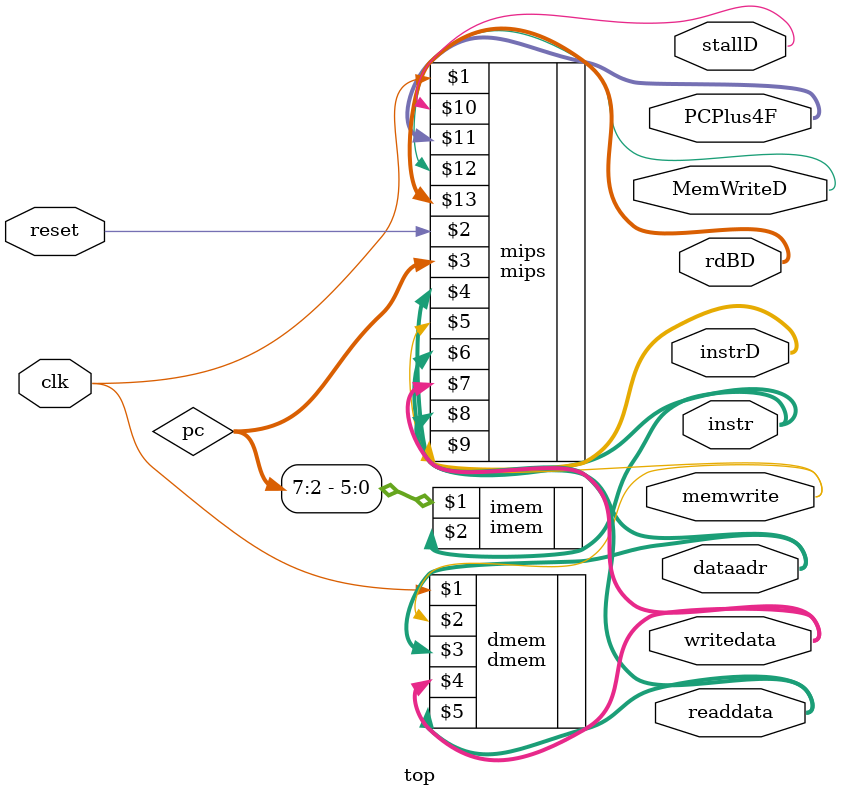
<source format=sv>
module top(input  logic        clk, reset,
           output logic [31:0] writedata, dataadr, instr, readdata,
           output logic        memwrite,
			  output logic [31:0] instrD,
			  output logic stallD,
			  output logic [31:0] PCPlus4F,
			  output logic MemWriteD,
			  output logic [31:0] rdBD);
  logic [31:0] pc;
  // определить процессор и память
  mips mips(clk, reset, pc, instr, memwrite, dataadr,
            writedata, readdata, instrD, stallD, PCPlus4F, MemWriteD, rdBD);
  imem imem(pc[7:2], instr);
  dmem dmem(clk, memwrite, dataadr, writedata, readdata);
endmodule

</source>
